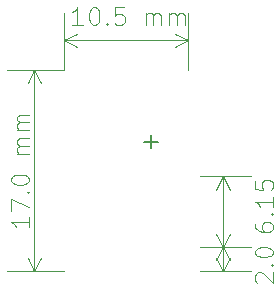
<source format=gbr>
G04 #@! TF.FileFunction,Drawing*
%FSLAX46Y46*%
G04 Gerber Fmt 4.6, Leading zero omitted, Abs format (unit mm)*
G04 Created by KiCad (PCBNEW 4.0.7) date 02/04/18 18:28:48*
%MOMM*%
%LPD*%
G01*
G04 APERTURE LIST*
%ADD10C,0.100000*%
%ADD11C,0.200000*%
G04 APERTURE END LIST*
D10*
X16175371Y3991301D02*
X16175371Y3705587D01*
X16246800Y3562730D01*
X16318229Y3491301D01*
X16532514Y3348444D01*
X16818229Y3277015D01*
X17389657Y3277015D01*
X17532514Y3348444D01*
X17603943Y3419872D01*
X17675371Y3562730D01*
X17675371Y3848444D01*
X17603943Y3991301D01*
X17532514Y4062730D01*
X17389657Y4134158D01*
X17032514Y4134158D01*
X16889657Y4062730D01*
X16818229Y3991301D01*
X16746800Y3848444D01*
X16746800Y3562730D01*
X16818229Y3419872D01*
X16889657Y3348444D01*
X17032514Y3277015D01*
X17532514Y4777015D02*
X17603943Y4848443D01*
X17675371Y4777015D01*
X17603943Y4705586D01*
X17532514Y4777015D01*
X17675371Y4777015D01*
X17675371Y6277015D02*
X17675371Y5419872D01*
X17675371Y5848444D02*
X16175371Y5848444D01*
X16389657Y5705587D01*
X16532514Y5562729D01*
X16603943Y5419872D01*
X16175371Y7634158D02*
X16175371Y6919872D01*
X16889657Y6848443D01*
X16818229Y6919872D01*
X16746800Y7062729D01*
X16746800Y7419872D01*
X16818229Y7562729D01*
X16889657Y7634158D01*
X17032514Y7705586D01*
X17389657Y7705586D01*
X17532514Y7634158D01*
X17603943Y7562729D01*
X17675371Y7419872D01*
X17675371Y7062729D01*
X17603943Y6919872D01*
X17532514Y6848443D01*
X13496800Y1991300D02*
X13496800Y7991300D01*
X11496800Y1991300D02*
X15796800Y1991300D01*
X11496800Y7991300D02*
X15796800Y7991300D01*
X13496800Y7991300D02*
X14083221Y6864796D01*
X13496800Y7991300D02*
X12910379Y6864796D01*
X13496800Y1991300D02*
X14083221Y3117804D01*
X13496800Y1991300D02*
X12910379Y3117804D01*
X16318229Y-1008700D02*
X16246800Y-937271D01*
X16175371Y-794414D01*
X16175371Y-437271D01*
X16246800Y-294414D01*
X16318229Y-222985D01*
X16461086Y-151557D01*
X16603943Y-151557D01*
X16818229Y-222985D01*
X17675371Y-1080128D01*
X17675371Y-151557D01*
X17532514Y491300D02*
X17603943Y562728D01*
X17675371Y491300D01*
X17603943Y419871D01*
X17532514Y491300D01*
X17675371Y491300D01*
X16175371Y1491300D02*
X16175371Y1634157D01*
X16246800Y1777014D01*
X16318229Y1848443D01*
X16461086Y1919872D01*
X16746800Y1991300D01*
X17103943Y1991300D01*
X17389657Y1919872D01*
X17532514Y1848443D01*
X17603943Y1777014D01*
X17675371Y1634157D01*
X17675371Y1491300D01*
X17603943Y1348443D01*
X17532514Y1277014D01*
X17389657Y1205586D01*
X17103943Y1134157D01*
X16746800Y1134157D01*
X16461086Y1205586D01*
X16318229Y1277014D01*
X16246800Y1348443D01*
X16175371Y1491300D01*
X13496800Y-8700D02*
X13496800Y1991300D01*
X11496800Y-8700D02*
X15796800Y-8700D01*
X11496800Y1991300D02*
X15796800Y1991300D01*
X13496800Y1991300D02*
X14083221Y864796D01*
X13496800Y1991300D02*
X12910379Y864796D01*
X13496800Y-8700D02*
X14083221Y1117804D01*
X13496800Y-8700D02*
X12910379Y1117804D01*
X1568229Y20812729D02*
X711086Y20812729D01*
X1139658Y20812729D02*
X1139658Y22312729D01*
X996801Y22098443D01*
X853943Y21955586D01*
X711086Y21884157D01*
X2496800Y22312729D02*
X2639657Y22312729D01*
X2782514Y22241300D01*
X2853943Y22169871D01*
X2925372Y22027014D01*
X2996800Y21741300D01*
X2996800Y21384157D01*
X2925372Y21098443D01*
X2853943Y20955586D01*
X2782514Y20884157D01*
X2639657Y20812729D01*
X2496800Y20812729D01*
X2353943Y20884157D01*
X2282514Y20955586D01*
X2211086Y21098443D01*
X2139657Y21384157D01*
X2139657Y21741300D01*
X2211086Y22027014D01*
X2282514Y22169871D01*
X2353943Y22241300D01*
X2496800Y22312729D01*
X3639657Y20955586D02*
X3711085Y20884157D01*
X3639657Y20812729D01*
X3568228Y20884157D01*
X3639657Y20955586D01*
X3639657Y20812729D01*
X5068229Y22312729D02*
X4353943Y22312729D01*
X4282514Y21598443D01*
X4353943Y21669871D01*
X4496800Y21741300D01*
X4853943Y21741300D01*
X4996800Y21669871D01*
X5068229Y21598443D01*
X5139657Y21455586D01*
X5139657Y21098443D01*
X5068229Y20955586D01*
X4996800Y20884157D01*
X4853943Y20812729D01*
X4496800Y20812729D01*
X4353943Y20884157D01*
X4282514Y20955586D01*
X6925371Y20812729D02*
X6925371Y21812729D01*
X6925371Y21669871D02*
X6996799Y21741300D01*
X7139657Y21812729D01*
X7353942Y21812729D01*
X7496799Y21741300D01*
X7568228Y21598443D01*
X7568228Y20812729D01*
X7568228Y21598443D02*
X7639657Y21741300D01*
X7782514Y21812729D01*
X7996799Y21812729D01*
X8139657Y21741300D01*
X8211085Y21598443D01*
X8211085Y20812729D01*
X8925371Y20812729D02*
X8925371Y21812729D01*
X8925371Y21669871D02*
X8996799Y21741300D01*
X9139657Y21812729D01*
X9353942Y21812729D01*
X9496799Y21741300D01*
X9568228Y21598443D01*
X9568228Y20812729D01*
X9568228Y21598443D02*
X9639657Y21741300D01*
X9782514Y21812729D01*
X9996799Y21812729D01*
X10139657Y21741300D01*
X10211085Y21598443D01*
X10211085Y20812729D01*
X-3200Y19491300D02*
X10496800Y19491300D01*
X-3200Y16991300D02*
X-3200Y21791300D01*
X10496800Y16991300D02*
X10496800Y21791300D01*
X10496800Y19491300D02*
X9370296Y18904879D01*
X10496800Y19491300D02*
X9370296Y20077721D01*
X-3200Y19491300D02*
X1123304Y18904879D01*
X-3200Y19491300D02*
X1123304Y20077721D01*
X-2974629Y4562729D02*
X-2974629Y3705586D01*
X-2974629Y4134158D02*
X-4474629Y4134158D01*
X-4260343Y3991301D01*
X-4117486Y3848443D01*
X-4046057Y3705586D01*
X-4474629Y5062729D02*
X-4474629Y6062729D01*
X-2974629Y5419872D01*
X-3117486Y6634157D02*
X-3046057Y6705585D01*
X-2974629Y6634157D01*
X-3046057Y6562728D01*
X-3117486Y6634157D01*
X-2974629Y6634157D01*
X-4474629Y7634157D02*
X-4474629Y7777014D01*
X-4403200Y7919871D01*
X-4331771Y7991300D01*
X-4188914Y8062729D01*
X-3903200Y8134157D01*
X-3546057Y8134157D01*
X-3260343Y8062729D01*
X-3117486Y7991300D01*
X-3046057Y7919871D01*
X-2974629Y7777014D01*
X-2974629Y7634157D01*
X-3046057Y7491300D01*
X-3117486Y7419871D01*
X-3260343Y7348443D01*
X-3546057Y7277014D01*
X-3903200Y7277014D01*
X-4188914Y7348443D01*
X-4331771Y7419871D01*
X-4403200Y7491300D01*
X-4474629Y7634157D01*
X-2974629Y9919871D02*
X-3974629Y9919871D01*
X-3831771Y9919871D02*
X-3903200Y9991299D01*
X-3974629Y10134157D01*
X-3974629Y10348442D01*
X-3903200Y10491299D01*
X-3760343Y10562728D01*
X-2974629Y10562728D01*
X-3760343Y10562728D02*
X-3903200Y10634157D01*
X-3974629Y10777014D01*
X-3974629Y10991299D01*
X-3903200Y11134157D01*
X-3760343Y11205585D01*
X-2974629Y11205585D01*
X-2974629Y11919871D02*
X-3974629Y11919871D01*
X-3831771Y11919871D02*
X-3903200Y11991299D01*
X-3974629Y12134157D01*
X-3974629Y12348442D01*
X-3903200Y12491299D01*
X-3760343Y12562728D01*
X-2974629Y12562728D01*
X-3760343Y12562728D02*
X-3903200Y12634157D01*
X-3974629Y12777014D01*
X-3974629Y12991299D01*
X-3903200Y13134157D01*
X-3760343Y13205585D01*
X-2974629Y13205585D01*
X-2503200Y-8700D02*
X-2503200Y16991300D01*
X-3200Y-8700D02*
X-4803200Y-8700D01*
X-3200Y16991300D02*
X-4803200Y16991300D01*
X-2503200Y16991300D02*
X-1916779Y15864796D01*
X-2503200Y16991300D02*
X-3089621Y15864796D01*
X-2503200Y-8700D02*
X-1916779Y1117804D01*
X-2503200Y-8700D02*
X-3089621Y1117804D01*
D11*
X6791372Y10933157D02*
X7934229Y10933157D01*
X7362800Y10361729D02*
X7362800Y11504586D01*
M02*

</source>
